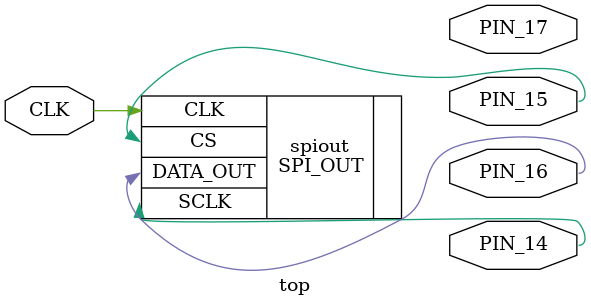
<source format=v>
module top
    (
    input CLK,    // 16MHz clock // DV
    output PIN_14,
    output PIN_15,
    output PIN_16,
    output PIN_17
);

SPI_OUT spiout(
.CLK(CLK), 
.SCLK(PIN_14),
.CS(PIN_15),
.DATA_OUT(PIN_16)
    );

endmodule

</source>
